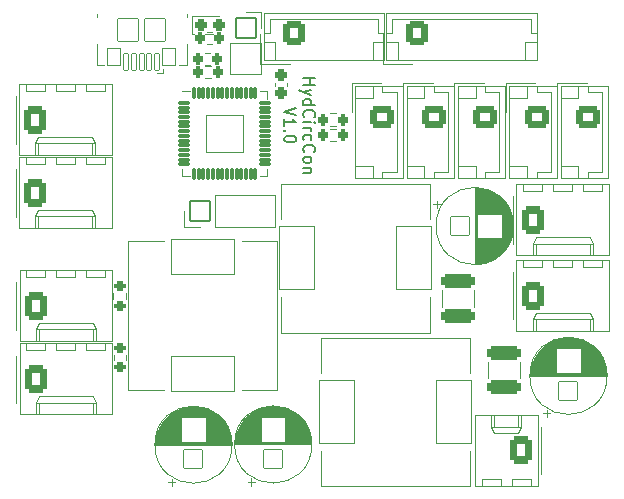
<source format=gto>
G04 #@! TF.GenerationSoftware,KiCad,Pcbnew,(6.0.7)*
G04 #@! TF.CreationDate,2022-10-27T11:43:32+02:00*
G04 #@! TF.ProjectId,hydCircCon,68796443-6972-4634-936f-6e2e6b696361,rev?*
G04 #@! TF.SameCoordinates,Original*
G04 #@! TF.FileFunction,Legend,Top*
G04 #@! TF.FilePolarity,Positive*
%FSLAX46Y46*%
G04 Gerber Fmt 4.6, Leading zero omitted, Abs format (unit mm)*
G04 Created by KiCad (PCBNEW (6.0.7)) date 2022-10-27 11:43:32*
%MOMM*%
%LPD*%
G01*
G04 APERTURE LIST*
G04 Aperture macros list*
%AMRoundRect*
0 Rectangle with rounded corners*
0 $1 Rounding radius*
0 $2 $3 $4 $5 $6 $7 $8 $9 X,Y pos of 4 corners*
0 Add a 4 corners polygon primitive as box body*
4,1,4,$2,$3,$4,$5,$6,$7,$8,$9,$2,$3,0*
0 Add four circle primitives for the rounded corners*
1,1,$1+$1,$2,$3*
1,1,$1+$1,$4,$5*
1,1,$1+$1,$6,$7*
1,1,$1+$1,$8,$9*
0 Add four rect primitives between the rounded corners*
20,1,$1+$1,$2,$3,$4,$5,0*
20,1,$1+$1,$4,$5,$6,$7,0*
20,1,$1+$1,$6,$7,$8,$9,0*
20,1,$1+$1,$8,$9,$2,$3,0*%
G04 Aperture macros list end*
%ADD10C,0.150000*%
%ADD11C,0.120000*%
%ADD12RoundRect,0.300000X-0.620000X-0.845000X0.620000X-0.845000X0.620000X0.845000X-0.620000X0.845000X0*%
%ADD13O,1.840000X2.290000*%
%ADD14RoundRect,0.050000X-1.450000X-2.700000X1.450000X-2.700000X1.450000X2.700000X-1.450000X2.700000X0*%
%ADD15RoundRect,0.300000X1.100000X-0.325000X1.100000X0.325000X-1.100000X0.325000X-1.100000X-0.325000X0*%
%ADD16RoundRect,0.300000X-0.750000X0.600000X-0.750000X-0.600000X0.750000X-0.600000X0.750000X0.600000X0*%
%ADD17O,2.100000X1.800000*%
%ADD18RoundRect,0.300000X-0.600000X-0.725000X0.600000X-0.725000X0.600000X0.725000X-0.600000X0.725000X0*%
%ADD19O,1.800000X2.050000*%
%ADD20RoundRect,0.250000X-0.200000X-0.275000X0.200000X-0.275000X0.200000X0.275000X-0.200000X0.275000X0*%
%ADD21RoundRect,0.250000X0.200000X0.275000X-0.200000X0.275000X-0.200000X-0.275000X0.200000X-0.275000X0*%
%ADD22C,3.300000*%
%ADD23RoundRect,0.050000X2.700000X-1.450000X2.700000X1.450000X-2.700000X1.450000X-2.700000X-1.450000X0*%
%ADD24RoundRect,0.250000X0.275000X-0.200000X0.275000X0.200000X-0.275000X0.200000X-0.275000X-0.200000X0*%
%ADD25RoundRect,0.050000X0.200000X0.700000X-0.200000X0.700000X-0.200000X-0.700000X0.200000X-0.700000X0*%
%ADD26RoundRect,0.050000X0.575000X0.725000X-0.575000X0.725000X-0.575000X-0.725000X0.575000X-0.725000X0*%
%ADD27RoundRect,0.050000X0.875000X0.950000X-0.875000X0.950000X-0.875000X-0.950000X0.875000X-0.950000X0*%
%ADD28O,1.150000X2.000000*%
%ADD29RoundRect,0.050000X-0.800000X-0.800000X0.800000X-0.800000X0.800000X0.800000X-0.800000X0.800000X0*%
%ADD30C,1.700000*%
%ADD31RoundRect,0.275000X0.250000X-0.225000X0.250000X0.225000X-0.250000X0.225000X-0.250000X-0.225000X0*%
%ADD32RoundRect,0.050000X0.800000X-0.800000X0.800000X0.800000X-0.800000X0.800000X-0.800000X-0.800000X0*%
%ADD33RoundRect,0.268750X-0.218750X-0.256250X0.218750X-0.256250X0.218750X0.256250X-0.218750X0.256250X0*%
%ADD34RoundRect,0.300000X0.620000X0.845000X-0.620000X0.845000X-0.620000X-0.845000X0.620000X-0.845000X0*%
%ADD35RoundRect,0.050000X-0.850000X-0.850000X0.850000X-0.850000X0.850000X0.850000X-0.850000X0.850000X0*%
%ADD36O,1.800000X1.800000*%
%ADD37RoundRect,0.300000X-1.100000X0.325000X-1.100000X-0.325000X1.100000X-0.325000X1.100000X0.325000X0*%
%ADD38RoundRect,0.050000X0.850000X-0.850000X0.850000X0.850000X-0.850000X0.850000X-0.850000X-0.850000X0*%
%ADD39RoundRect,0.100000X-0.387500X-0.050000X0.387500X-0.050000X0.387500X0.050000X-0.387500X0.050000X0*%
%ADD40RoundRect,0.100000X-0.050000X-0.387500X0.050000X-0.387500X0.050000X0.387500X-0.050000X0.387500X0*%
%ADD41RoundRect,0.050000X-1.600000X-1.600000X1.600000X-1.600000X1.600000X1.600000X-1.600000X1.600000X0*%
G04 APERTURE END LIST*
D10*
X172302619Y-92000000D02*
X173302619Y-92000000D01*
X172826428Y-92000000D02*
X172826428Y-92571428D01*
X172302619Y-92571428D02*
X173302619Y-92571428D01*
X172969285Y-92952380D02*
X172302619Y-93190476D01*
X172969285Y-93428571D02*
X172302619Y-93190476D01*
X172064523Y-93095238D01*
X172016904Y-93047619D01*
X171969285Y-92952380D01*
X172302619Y-94238095D02*
X173302619Y-94238095D01*
X172350238Y-94238095D02*
X172302619Y-94142857D01*
X172302619Y-93952380D01*
X172350238Y-93857142D01*
X172397857Y-93809523D01*
X172493095Y-93761904D01*
X172778809Y-93761904D01*
X172874047Y-93809523D01*
X172921666Y-93857142D01*
X172969285Y-93952380D01*
X172969285Y-94142857D01*
X172921666Y-94238095D01*
X172397857Y-95285714D02*
X172350238Y-95238095D01*
X172302619Y-95095238D01*
X172302619Y-95000000D01*
X172350238Y-94857142D01*
X172445476Y-94761904D01*
X172540714Y-94714285D01*
X172731190Y-94666666D01*
X172874047Y-94666666D01*
X173064523Y-94714285D01*
X173159761Y-94761904D01*
X173255000Y-94857142D01*
X173302619Y-95000000D01*
X173302619Y-95095238D01*
X173255000Y-95238095D01*
X173207380Y-95285714D01*
X172302619Y-95714285D02*
X172969285Y-95714285D01*
X173302619Y-95714285D02*
X173255000Y-95666666D01*
X173207380Y-95714285D01*
X173255000Y-95761904D01*
X173302619Y-95714285D01*
X173207380Y-95714285D01*
X172302619Y-96190476D02*
X172969285Y-96190476D01*
X172778809Y-96190476D02*
X172874047Y-96238095D01*
X172921666Y-96285714D01*
X172969285Y-96380952D01*
X172969285Y-96476190D01*
X172350238Y-97238095D02*
X172302619Y-97142857D01*
X172302619Y-96952380D01*
X172350238Y-96857142D01*
X172397857Y-96809523D01*
X172493095Y-96761904D01*
X172778809Y-96761904D01*
X172874047Y-96809523D01*
X172921666Y-96857142D01*
X172969285Y-96952380D01*
X172969285Y-97142857D01*
X172921666Y-97238095D01*
X172397857Y-98238095D02*
X172350238Y-98190476D01*
X172302619Y-98047619D01*
X172302619Y-97952380D01*
X172350238Y-97809523D01*
X172445476Y-97714285D01*
X172540714Y-97666666D01*
X172731190Y-97619047D01*
X172874047Y-97619047D01*
X173064523Y-97666666D01*
X173159761Y-97714285D01*
X173255000Y-97809523D01*
X173302619Y-97952380D01*
X173302619Y-98047619D01*
X173255000Y-98190476D01*
X173207380Y-98238095D01*
X172302619Y-98809523D02*
X172350238Y-98714285D01*
X172397857Y-98666666D01*
X172493095Y-98619047D01*
X172778809Y-98619047D01*
X172874047Y-98666666D01*
X172921666Y-98714285D01*
X172969285Y-98809523D01*
X172969285Y-98952380D01*
X172921666Y-99047619D01*
X172874047Y-99095238D01*
X172778809Y-99142857D01*
X172493095Y-99142857D01*
X172397857Y-99095238D01*
X172350238Y-99047619D01*
X172302619Y-98952380D01*
X172302619Y-98809523D01*
X172969285Y-99571428D02*
X172302619Y-99571428D01*
X172874047Y-99571428D02*
X172921666Y-99619047D01*
X172969285Y-99714285D01*
X172969285Y-99857142D01*
X172921666Y-99952380D01*
X172826428Y-100000000D01*
X172302619Y-100000000D01*
X171692619Y-94476190D02*
X170692619Y-94809523D01*
X171692619Y-95142857D01*
X170692619Y-96000000D02*
X170692619Y-95428571D01*
X170692619Y-95714285D02*
X171692619Y-95714285D01*
X171549761Y-95619047D01*
X171454523Y-95523809D01*
X171406904Y-95428571D01*
X170787857Y-96428571D02*
X170740238Y-96476190D01*
X170692619Y-96428571D01*
X170740238Y-96380952D01*
X170787857Y-96428571D01*
X170692619Y-96428571D01*
X171692619Y-97095238D02*
X171692619Y-97190476D01*
X171645000Y-97285714D01*
X171597380Y-97333333D01*
X171502142Y-97380952D01*
X171311666Y-97428571D01*
X171073571Y-97428571D01*
X170883095Y-97380952D01*
X170787857Y-97333333D01*
X170740238Y-97285714D01*
X170692619Y-97190476D01*
X170692619Y-97095238D01*
X170740238Y-97000000D01*
X170787857Y-96952380D01*
X170883095Y-96904761D01*
X171073571Y-96857142D01*
X171311666Y-96857142D01*
X171502142Y-96904761D01*
X171597380Y-96952380D01*
X171645000Y-97000000D01*
X171692619Y-97095238D01*
D11*
X148810000Y-92490000D02*
X148810000Y-93090000D01*
X154690000Y-97510000D02*
X154690000Y-98510000D01*
X149860000Y-98510000D02*
X149860000Y-97510000D01*
X151350000Y-93090000D02*
X152950000Y-93090000D01*
X147940000Y-93520000D02*
X147940000Y-97520000D01*
X152950000Y-93090000D02*
X152950000Y-92490000D01*
X149610000Y-97510000D02*
X154690000Y-97510000D01*
X148230000Y-92490000D02*
X148230000Y-98510000D01*
X148810000Y-93090000D02*
X150410000Y-93090000D01*
X149610000Y-98510000D02*
X149610000Y-97510000D01*
X156070000Y-98510000D02*
X156070000Y-92490000D01*
X148230000Y-98510000D02*
X156070000Y-98510000D01*
X149860000Y-96980000D02*
X154440000Y-96980000D01*
X151350000Y-92490000D02*
X151350000Y-93090000D01*
X154440000Y-96980000D02*
X154690000Y-97510000D01*
X156070000Y-92490000D02*
X148230000Y-92490000D01*
X153890000Y-92490000D02*
X153890000Y-93090000D01*
X153890000Y-93090000D02*
X155490000Y-93090000D01*
X154440000Y-98510000D02*
X154440000Y-97510000D01*
X150410000Y-93090000D02*
X150410000Y-92490000D01*
X149610000Y-97510000D02*
X149860000Y-96980000D01*
X155490000Y-93090000D02*
X155490000Y-92490000D01*
X173800000Y-116950000D02*
X173800000Y-113950000D01*
X173800000Y-126550000D02*
X173800000Y-123550000D01*
X173800000Y-113950000D02*
X186400000Y-113950000D01*
X186400000Y-126550000D02*
X173800000Y-126550000D01*
X186400000Y-123550000D02*
X186400000Y-126550000D01*
X186400000Y-113950000D02*
X186400000Y-116950000D01*
X184040000Y-111361252D02*
X184040000Y-109938748D01*
X186760000Y-111361252D02*
X186760000Y-109938748D01*
X193790000Y-92390000D02*
X193790000Y-94890000D01*
X196400000Y-93190000D02*
X197610000Y-93190000D01*
X195590000Y-92690000D02*
X195590000Y-93690000D01*
X195590000Y-100410000D02*
X195590000Y-99410000D01*
X197610000Y-99910000D02*
X196400000Y-99910000D01*
X198110000Y-92690000D02*
X194090000Y-92690000D01*
X195590000Y-99410000D02*
X194090000Y-99410000D01*
X194090000Y-92690000D02*
X194090000Y-100410000D01*
X198110000Y-100410000D02*
X198110000Y-92690000D01*
X197610000Y-93190000D02*
X197610000Y-99910000D01*
X196400000Y-92690000D02*
X196400000Y-93190000D01*
X194090000Y-100410000D02*
X198110000Y-100410000D01*
X195590000Y-93690000D02*
X194090000Y-93690000D01*
X196400000Y-99910000D02*
X196400000Y-100410000D01*
X196290000Y-92390000D02*
X193790000Y-92390000D01*
X191560000Y-86940000D02*
X191560000Y-88150000D01*
X179040000Y-90760000D02*
X181540000Y-90760000D01*
X180340000Y-88960000D02*
X180340000Y-90460000D01*
X192060000Y-86440000D02*
X179340000Y-86440000D01*
X192060000Y-90460000D02*
X192060000Y-86440000D01*
X179840000Y-86940000D02*
X191560000Y-86940000D01*
X179340000Y-88960000D02*
X180340000Y-88960000D01*
X192060000Y-88960000D02*
X191060000Y-88960000D01*
X191060000Y-88960000D02*
X191060000Y-90460000D01*
X191560000Y-88150000D02*
X192060000Y-88150000D01*
X179040000Y-88260000D02*
X179040000Y-90760000D01*
X179340000Y-88150000D02*
X179840000Y-88150000D01*
X179340000Y-90460000D02*
X192060000Y-90460000D01*
X179340000Y-86440000D02*
X179340000Y-90460000D01*
X179840000Y-88150000D02*
X179840000Y-86940000D01*
X189410000Y-100410000D02*
X189410000Y-92690000D01*
X188910000Y-93190000D02*
X188910000Y-99910000D01*
X187700000Y-93190000D02*
X188910000Y-93190000D01*
X187700000Y-92690000D02*
X187700000Y-93190000D01*
X189410000Y-92690000D02*
X185390000Y-92690000D01*
X187590000Y-92390000D02*
X185090000Y-92390000D01*
X185390000Y-100410000D02*
X189410000Y-100410000D01*
X187700000Y-99910000D02*
X187700000Y-100410000D01*
X188910000Y-99910000D02*
X187700000Y-99910000D01*
X186890000Y-100410000D02*
X186890000Y-99410000D01*
X186890000Y-93690000D02*
X185390000Y-93690000D01*
X186890000Y-92690000D02*
X186890000Y-93690000D01*
X185090000Y-92390000D02*
X185090000Y-94890000D01*
X186890000Y-99410000D02*
X185390000Y-99410000D01*
X185390000Y-92690000D02*
X185390000Y-100410000D01*
X168940000Y-88960000D02*
X169940000Y-88960000D01*
X168940000Y-90460000D02*
X179160000Y-90460000D01*
X169440000Y-88150000D02*
X169440000Y-86940000D01*
X179160000Y-86440000D02*
X168940000Y-86440000D01*
X169440000Y-86940000D02*
X178660000Y-86940000D01*
X168640000Y-88260000D02*
X168640000Y-90760000D01*
X179160000Y-90460000D02*
X179160000Y-86440000D01*
X168940000Y-88150000D02*
X169440000Y-88150000D01*
X178160000Y-88960000D02*
X178160000Y-90460000D01*
X178660000Y-86940000D02*
X178660000Y-88150000D01*
X178660000Y-88150000D02*
X179160000Y-88150000D01*
X168940000Y-86440000D02*
X168940000Y-90460000D01*
X169940000Y-88960000D02*
X169940000Y-90460000D01*
X168640000Y-90760000D02*
X171140000Y-90760000D01*
X179160000Y-88960000D02*
X178160000Y-88960000D01*
X163962742Y-90872500D02*
X164437258Y-90872500D01*
X163962742Y-89827500D02*
X164437258Y-89827500D01*
X175062258Y-94977500D02*
X174587742Y-94977500D01*
X175062258Y-96022500D02*
X174587742Y-96022500D01*
X164112742Y-89122500D02*
X164587258Y-89122500D01*
X164112742Y-88077500D02*
X164587258Y-88077500D01*
X167100000Y-105750000D02*
X170100000Y-105750000D01*
X157500000Y-118350000D02*
X157500000Y-105750000D01*
X157500000Y-105750000D02*
X160500000Y-105750000D01*
X170100000Y-118350000D02*
X167100000Y-118350000D01*
X170100000Y-105750000D02*
X170100000Y-118350000D01*
X160500000Y-118350000D02*
X157500000Y-118350000D01*
X178190000Y-99410000D02*
X176690000Y-99410000D01*
X176390000Y-92390000D02*
X176390000Y-94890000D01*
X180710000Y-100410000D02*
X180710000Y-92690000D01*
X176690000Y-92690000D02*
X176690000Y-100410000D01*
X176690000Y-100410000D02*
X180710000Y-100410000D01*
X180210000Y-93190000D02*
X180210000Y-99910000D01*
X179000000Y-99910000D02*
X179000000Y-100410000D01*
X179000000Y-92690000D02*
X179000000Y-93190000D01*
X178890000Y-92390000D02*
X176390000Y-92390000D01*
X178190000Y-100410000D02*
X178190000Y-99410000D01*
X178190000Y-92690000D02*
X178190000Y-93690000D01*
X178190000Y-93690000D02*
X176690000Y-93690000D01*
X180710000Y-92690000D02*
X176690000Y-92690000D01*
X180210000Y-99910000D02*
X179000000Y-99910000D01*
X179000000Y-93190000D02*
X180210000Y-93190000D01*
X156227500Y-110687258D02*
X156227500Y-110212742D01*
X157272500Y-110687258D02*
X157272500Y-110212742D01*
X154815000Y-90860000D02*
X155465000Y-90860000D01*
X162435000Y-90860000D02*
X161775000Y-90860000D01*
X154815000Y-86560000D02*
X154815000Y-86770000D01*
X162435000Y-89130000D02*
X162435000Y-90860000D01*
X154815000Y-89130000D02*
X154815000Y-90860000D01*
X162435000Y-86560000D02*
X162435000Y-86770000D01*
X160385000Y-91560000D02*
X159935000Y-91560000D01*
X160385000Y-91560000D02*
X160385000Y-91170000D01*
X154490000Y-120460000D02*
X154490000Y-119460000D01*
X153000000Y-115040000D02*
X153000000Y-114440000D01*
X148860000Y-115040000D02*
X150460000Y-115040000D01*
X156120000Y-120460000D02*
X156120000Y-114440000D01*
X149660000Y-119460000D02*
X149910000Y-118930000D01*
X154740000Y-119460000D02*
X154740000Y-120460000D01*
X156120000Y-114440000D02*
X148280000Y-114440000D01*
X149660000Y-119460000D02*
X154740000Y-119460000D01*
X149660000Y-120460000D02*
X149660000Y-119460000D01*
X149910000Y-120460000D02*
X149910000Y-119460000D01*
X153940000Y-115040000D02*
X155540000Y-115040000D01*
X148280000Y-120460000D02*
X156120000Y-120460000D01*
X149910000Y-118930000D02*
X154490000Y-118930000D01*
X150460000Y-115040000D02*
X150460000Y-114440000D01*
X147990000Y-115470000D02*
X147990000Y-119470000D01*
X153940000Y-114440000D02*
X153940000Y-115040000D01*
X154490000Y-118930000D02*
X154740000Y-119460000D01*
X151400000Y-114440000D02*
X151400000Y-115040000D01*
X148280000Y-114440000D02*
X148280000Y-120460000D01*
X148860000Y-114440000D02*
X148860000Y-115040000D01*
X151400000Y-115040000D02*
X153000000Y-115040000D01*
X155540000Y-115040000D02*
X155540000Y-114440000D01*
X183050000Y-113550000D02*
X170450000Y-113550000D01*
X183050000Y-100950000D02*
X183050000Y-103950000D01*
X183050000Y-110550000D02*
X183050000Y-113550000D01*
X170450000Y-113550000D02*
X170450000Y-110550000D01*
X170450000Y-100950000D02*
X183050000Y-100950000D01*
X170450000Y-103950000D02*
X170450000Y-100950000D01*
X188818621Y-101952000D02*
X188818621Y-103460000D01*
X188898621Y-105540000D02*
X188898621Y-106984000D01*
X188778621Y-105540000D02*
X188778621Y-107078000D01*
X186897621Y-101270000D02*
X186897621Y-107730000D01*
X187417621Y-105540000D02*
X187417621Y-107675000D01*
X187257621Y-101299000D02*
X187257621Y-103460000D01*
X187898621Y-101453000D02*
X187898621Y-103460000D01*
X188018621Y-101498000D02*
X188018621Y-103460000D01*
X188098621Y-105540000D02*
X188098621Y-107470000D01*
X189818621Y-103238000D02*
X189818621Y-105762000D01*
X188178621Y-101566000D02*
X188178621Y-103460000D01*
X188578621Y-105540000D02*
X188578621Y-107216000D01*
X183632380Y-102346000D02*
X183632380Y-102976000D01*
X187217621Y-105540000D02*
X187217621Y-107706000D01*
X189098621Y-105540000D02*
X189098621Y-106805000D01*
X187177621Y-105540000D02*
X187177621Y-107711000D01*
X187538621Y-101350000D02*
X187538621Y-103460000D01*
X189738621Y-103068000D02*
X189738621Y-105932000D01*
X189858621Y-103335000D02*
X189858621Y-105665000D01*
X187497621Y-105540000D02*
X187497621Y-107659000D01*
X188818621Y-105540000D02*
X188818621Y-107048000D01*
X183317380Y-102661000D02*
X183947380Y-102661000D01*
X187738621Y-105540000D02*
X187738621Y-107598000D01*
X188058621Y-101514000D02*
X188058621Y-103460000D01*
X187257621Y-105540000D02*
X187257621Y-107701000D01*
X187297621Y-101305000D02*
X187297621Y-103460000D01*
X187377621Y-101318000D02*
X187377621Y-103460000D01*
X188618621Y-105540000D02*
X188618621Y-107190000D01*
X189778621Y-103150000D02*
X189778621Y-105850000D01*
X190058621Y-104098000D02*
X190058621Y-104902000D01*
X188098621Y-101530000D02*
X188098621Y-103460000D01*
X187097621Y-101282000D02*
X187097621Y-103460000D01*
X188458621Y-101710000D02*
X188458621Y-103460000D01*
X189978621Y-103698000D02*
X189978621Y-105302000D01*
X186977621Y-101273000D02*
X186977621Y-107727000D01*
X187778621Y-105540000D02*
X187778621Y-107586000D01*
X187578621Y-101359000D02*
X187578621Y-103460000D01*
X187818621Y-105540000D02*
X187818621Y-107574000D01*
X189378621Y-102505000D02*
X189378621Y-106495000D01*
X187658621Y-101379000D02*
X187658621Y-103460000D01*
X188898621Y-102016000D02*
X188898621Y-103460000D01*
X187978621Y-101482000D02*
X187978621Y-103460000D01*
X189498621Y-102666000D02*
X189498621Y-106334000D01*
X187578621Y-105540000D02*
X187578621Y-107641000D01*
X188978621Y-102084000D02*
X188978621Y-103460000D01*
X188498621Y-105540000D02*
X188498621Y-107266000D01*
X188418621Y-101688000D02*
X188418621Y-103460000D01*
X188978621Y-105540000D02*
X188978621Y-106916000D01*
X189578621Y-102786000D02*
X189578621Y-106214000D01*
X187898621Y-105540000D02*
X187898621Y-107547000D01*
X189458621Y-102610000D02*
X189458621Y-106390000D01*
X187057621Y-101278000D02*
X187057621Y-103460000D01*
X188138621Y-105540000D02*
X188138621Y-107452000D01*
X189658621Y-102919000D02*
X189658621Y-106081000D01*
X188538621Y-101758000D02*
X188538621Y-103460000D01*
X187337621Y-101311000D02*
X187337621Y-103460000D01*
X187858621Y-101439000D02*
X187858621Y-103460000D01*
X187457621Y-101333000D02*
X187457621Y-103460000D01*
X187618621Y-105540000D02*
X187618621Y-107631000D01*
X188298621Y-105540000D02*
X188298621Y-107376000D01*
X187618621Y-101369000D02*
X187618621Y-103460000D01*
X188378621Y-105540000D02*
X188378621Y-107334000D01*
X188218621Y-105540000D02*
X188218621Y-107416000D01*
X188338621Y-101644000D02*
X188338621Y-103460000D01*
X186817621Y-101270000D02*
X186817621Y-107730000D01*
X188218621Y-101584000D02*
X188218621Y-103460000D01*
X188618621Y-101810000D02*
X188618621Y-103460000D01*
X189098621Y-102195000D02*
X189098621Y-103460000D01*
X188338621Y-105540000D02*
X188338621Y-107356000D01*
X188858621Y-105540000D02*
X188858621Y-107016000D01*
X187818621Y-101426000D02*
X187818621Y-103460000D01*
X189018621Y-105540000D02*
X189018621Y-106880000D01*
X189178621Y-102276000D02*
X189178621Y-106724000D01*
X187938621Y-105540000D02*
X187938621Y-107533000D01*
X187377621Y-105540000D02*
X187377621Y-107682000D01*
X188658621Y-105540000D02*
X188658621Y-107164000D01*
X189058621Y-105540000D02*
X189058621Y-106843000D01*
X189058621Y-102157000D02*
X189058621Y-103460000D01*
X187337621Y-105540000D02*
X187337621Y-107689000D01*
X188778621Y-101922000D02*
X188778621Y-103460000D01*
X189338621Y-102456000D02*
X189338621Y-106544000D01*
X189538621Y-102724000D02*
X189538621Y-106276000D01*
X188058621Y-105540000D02*
X188058621Y-107486000D01*
X187457621Y-105540000D02*
X187457621Y-107667000D01*
X187938621Y-101467000D02*
X187938621Y-103460000D01*
X187417621Y-101325000D02*
X187417621Y-103460000D01*
X188298621Y-101624000D02*
X188298621Y-103460000D01*
X188858621Y-101984000D02*
X188858621Y-103460000D01*
X188258621Y-101604000D02*
X188258621Y-103460000D01*
X188698621Y-105540000D02*
X188698621Y-107136000D01*
X187017621Y-101276000D02*
X187017621Y-107724000D01*
X187137621Y-101285000D02*
X187137621Y-103460000D01*
X189218621Y-102318000D02*
X189218621Y-106682000D01*
X187177621Y-101289000D02*
X187177621Y-103460000D01*
X189938621Y-103560000D02*
X189938621Y-105440000D01*
X187698621Y-105540000D02*
X187698621Y-107610000D01*
X188178621Y-105540000D02*
X188178621Y-107434000D01*
X186937621Y-101272000D02*
X186937621Y-107728000D01*
X188258621Y-105540000D02*
X188258621Y-107396000D01*
X189298621Y-102408000D02*
X189298621Y-106592000D01*
X188138621Y-101548000D02*
X188138621Y-103460000D01*
X188738621Y-105540000D02*
X188738621Y-107107000D01*
X187297621Y-105540000D02*
X187297621Y-107695000D01*
X186857621Y-101270000D02*
X186857621Y-107730000D01*
X188538621Y-105540000D02*
X188538621Y-107242000D01*
X188578621Y-101784000D02*
X188578621Y-103460000D01*
X187137621Y-105540000D02*
X187137621Y-107715000D01*
X187097621Y-105540000D02*
X187097621Y-107718000D01*
X188418621Y-105540000D02*
X188418621Y-107312000D01*
X187978621Y-105540000D02*
X187978621Y-107518000D01*
X188938621Y-102050000D02*
X188938621Y-103460000D01*
X187658621Y-105540000D02*
X187658621Y-107621000D01*
X188658621Y-101836000D02*
X188658621Y-103460000D01*
X189418621Y-102556000D02*
X189418621Y-106444000D01*
X187497621Y-101341000D02*
X187497621Y-103460000D01*
X189258621Y-102363000D02*
X189258621Y-106637000D01*
X189898621Y-103441000D02*
X189898621Y-105559000D01*
X187738621Y-101402000D02*
X187738621Y-103460000D01*
X187698621Y-101390000D02*
X187698621Y-103460000D01*
X187778621Y-101414000D02*
X187778621Y-103460000D01*
X187217621Y-101294000D02*
X187217621Y-103460000D01*
X188698621Y-101864000D02*
X188698621Y-103460000D01*
X190018621Y-103867000D02*
X190018621Y-105133000D01*
X189138621Y-102235000D02*
X189138621Y-106765000D01*
X189018621Y-102120000D02*
X189018621Y-103460000D01*
X187858621Y-105540000D02*
X187858621Y-107561000D01*
X188018621Y-105540000D02*
X188018621Y-107502000D01*
X188738621Y-101893000D02*
X188738621Y-103460000D01*
X188498621Y-101734000D02*
X188498621Y-103460000D01*
X188458621Y-105540000D02*
X188458621Y-107290000D01*
X189618621Y-102850000D02*
X189618621Y-106150000D01*
X188378621Y-101666000D02*
X188378621Y-103460000D01*
X189698621Y-102991000D02*
X189698621Y-106009000D01*
X188938621Y-105540000D02*
X188938621Y-106950000D01*
X187538621Y-105540000D02*
X187538621Y-107650000D01*
X187057621Y-105540000D02*
X187057621Y-107722000D01*
X190087621Y-104500000D02*
G75*
G03*
X190087621Y-104500000I-3270000J0D01*
G01*
X169890000Y-92640580D02*
X169890000Y-92359420D01*
X170910000Y-92640580D02*
X170910000Y-92359420D01*
X160066000Y-121656621D02*
X161960000Y-121656621D01*
X160484000Y-120976621D02*
X161960000Y-120976621D01*
X159859000Y-122256621D02*
X161960000Y-122256621D01*
X161491000Y-120136621D02*
X164509000Y-120136621D01*
X161941000Y-119936621D02*
X164059000Y-119936621D01*
X160144000Y-121496621D02*
X161960000Y-121496621D01*
X164040000Y-121296621D02*
X165742000Y-121296621D01*
X159770000Y-123017621D02*
X166230000Y-123017621D01*
X160284000Y-121256621D02*
X161960000Y-121256621D01*
X160422000Y-121056621D02*
X161960000Y-121056621D01*
X159799000Y-122577621D02*
X161960000Y-122577621D01*
X161419000Y-120176621D02*
X164581000Y-120176621D01*
X160584000Y-120856621D02*
X161960000Y-120856621D01*
X164040000Y-121256621D02*
X165716000Y-121256621D01*
X159879000Y-122176621D02*
X161960000Y-122176621D01*
X161005000Y-120456621D02*
X164995000Y-120456621D01*
X160048000Y-121696621D02*
X161960000Y-121696621D01*
X159782000Y-122737621D02*
X161960000Y-122737621D01*
X159778000Y-122777621D02*
X161960000Y-122777621D01*
X160818000Y-120616621D02*
X165182000Y-120616621D01*
X164040000Y-121056621D02*
X165578000Y-121056621D01*
X164040000Y-121456621D02*
X165834000Y-121456621D01*
X159818000Y-122457621D02*
X161960000Y-122457621D01*
X160956000Y-120496621D02*
X165044000Y-120496621D01*
X164040000Y-122337621D02*
X166159000Y-122337621D01*
X159811000Y-122497621D02*
X161960000Y-122497621D01*
X164040000Y-122296621D02*
X166150000Y-122296621D01*
X164040000Y-122096621D02*
X166098000Y-122096621D01*
X164040000Y-121576621D02*
X165896000Y-121576621D01*
X164040000Y-120736621D02*
X165305000Y-120736621D01*
X161835000Y-119976621D02*
X164165000Y-119976621D01*
X161161000Y-126517862D02*
X161161000Y-125887862D01*
X164040000Y-122577621D02*
X166201000Y-122577621D01*
X164040000Y-121976621D02*
X166061000Y-121976621D01*
X159805000Y-122537621D02*
X161960000Y-122537621D01*
X159770000Y-122977621D02*
X166230000Y-122977621D01*
X164040000Y-120776621D02*
X165343000Y-120776621D01*
X164040000Y-121616621D02*
X165916000Y-121616621D01*
X164040000Y-122457621D02*
X166182000Y-122457621D01*
X164040000Y-121536621D02*
X165876000Y-121536621D01*
X160695000Y-120736621D02*
X161960000Y-120736621D01*
X162367000Y-119816621D02*
X163633000Y-119816621D01*
X161568000Y-120096621D02*
X164432000Y-120096621D01*
X164040000Y-121656621D02*
X165934000Y-121656621D01*
X162060000Y-119896621D02*
X163940000Y-119896621D01*
X159939000Y-121976621D02*
X161960000Y-121976621D01*
X164040000Y-122216621D02*
X166131000Y-122216621D01*
X164040000Y-121896621D02*
X166033000Y-121896621D01*
X159869000Y-122216621D02*
X161960000Y-122216621D01*
X164040000Y-122417621D02*
X166175000Y-122417621D01*
X164040000Y-122016621D02*
X166074000Y-122016621D01*
X159772000Y-122897621D02*
X166228000Y-122897621D01*
X159953000Y-121936621D02*
X161960000Y-121936621D01*
X164040000Y-122136621D02*
X166110000Y-122136621D01*
X160393000Y-121096621D02*
X161960000Y-121096621D01*
X160364000Y-121136621D02*
X161960000Y-121136621D01*
X159833000Y-122377621D02*
X161960000Y-122377621D01*
X160516000Y-120936621D02*
X161960000Y-120936621D01*
X162198000Y-119856621D02*
X163802000Y-119856621D01*
X164040000Y-122537621D02*
X166195000Y-122537621D01*
X159914000Y-122056621D02*
X161960000Y-122056621D01*
X164040000Y-122697621D02*
X166215000Y-122697621D01*
X164040000Y-122657621D02*
X166211000Y-122657621D01*
X161350000Y-120216621D02*
X164650000Y-120216621D01*
X160104000Y-121576621D02*
X161960000Y-121576621D01*
X160234000Y-121336621D02*
X161960000Y-121336621D01*
X159890000Y-122136621D02*
X161960000Y-122136621D01*
X160210000Y-121376621D02*
X161960000Y-121376621D01*
X160166000Y-121456621D02*
X161960000Y-121456621D01*
X160657000Y-120776621D02*
X161960000Y-120776621D01*
X164040000Y-121416621D02*
X165812000Y-121416621D01*
X164040000Y-121096621D02*
X165607000Y-121096621D01*
X160084000Y-121616621D02*
X161960000Y-121616621D01*
X162598000Y-119776621D02*
X163402000Y-119776621D01*
X164040000Y-121776621D02*
X165986000Y-121776621D01*
X160550000Y-120896621D02*
X161960000Y-120896621D01*
X160336000Y-121176621D02*
X161960000Y-121176621D01*
X159902000Y-122096621D02*
X161960000Y-122096621D01*
X161166000Y-120336621D02*
X164834000Y-120336621D01*
X164040000Y-121816621D02*
X166002000Y-121816621D01*
X164040000Y-120896621D02*
X165450000Y-120896621D01*
X161110000Y-120376621D02*
X164890000Y-120376621D01*
X164040000Y-122256621D02*
X166141000Y-122256621D01*
X160863000Y-120576621D02*
X165137000Y-120576621D01*
X159841000Y-122337621D02*
X161960000Y-122337621D01*
X161650000Y-120056621D02*
X164350000Y-120056621D01*
X164040000Y-121176621D02*
X165664000Y-121176621D01*
X159967000Y-121896621D02*
X161960000Y-121896621D01*
X164040000Y-121936621D02*
X166047000Y-121936621D01*
X160846000Y-126202862D02*
X161476000Y-126202862D01*
X164040000Y-121736621D02*
X165970000Y-121736621D01*
X164040000Y-120856621D02*
X165416000Y-120856621D01*
X164040000Y-121496621D02*
X165856000Y-121496621D01*
X161286000Y-120256621D02*
X164714000Y-120256621D01*
X160188000Y-121416621D02*
X161960000Y-121416621D01*
X159998000Y-121816621D02*
X161960000Y-121816621D01*
X159825000Y-122417621D02*
X161960000Y-122417621D01*
X159770000Y-122937621D02*
X166230000Y-122937621D01*
X164040000Y-121136621D02*
X165636000Y-121136621D01*
X164040000Y-122777621D02*
X166222000Y-122777621D01*
X160124000Y-121536621D02*
X161960000Y-121536621D01*
X164040000Y-122497621D02*
X166189000Y-122497621D01*
X159789000Y-122657621D02*
X161960000Y-122657621D01*
X159785000Y-122697621D02*
X161960000Y-122697621D01*
X159926000Y-122016621D02*
X161960000Y-122016621D01*
X164040000Y-120816621D02*
X165380000Y-120816621D01*
X161738000Y-120016621D02*
X164262000Y-120016621D01*
X164040000Y-122176621D02*
X166121000Y-122176621D01*
X160014000Y-121776621D02*
X161960000Y-121776621D01*
X164040000Y-122377621D02*
X166167000Y-122377621D01*
X164040000Y-121216621D02*
X165690000Y-121216621D01*
X161224000Y-120296621D02*
X164776000Y-120296621D01*
X159850000Y-122296621D02*
X161960000Y-122296621D01*
X160735000Y-120696621D02*
X165265000Y-120696621D01*
X160258000Y-121296621D02*
X161960000Y-121296621D01*
X164040000Y-121016621D02*
X165548000Y-121016621D01*
X164040000Y-122056621D02*
X166086000Y-122056621D01*
X161056000Y-120416621D02*
X164944000Y-120416621D01*
X164040000Y-120936621D02*
X165484000Y-120936621D01*
X160452000Y-121016621D02*
X161960000Y-121016621D01*
X164040000Y-121376621D02*
X165790000Y-121376621D01*
X164040000Y-121336621D02*
X165766000Y-121336621D01*
X159773000Y-122857621D02*
X166227000Y-122857621D01*
X160908000Y-120536621D02*
X165092000Y-120536621D01*
X160620000Y-120816621D02*
X161960000Y-120816621D01*
X159982000Y-121856621D02*
X161960000Y-121856621D01*
X164040000Y-122737621D02*
X166218000Y-122737621D01*
X164040000Y-120976621D02*
X165516000Y-120976621D01*
X160776000Y-120656621D02*
X165224000Y-120656621D01*
X164040000Y-121856621D02*
X166018000Y-121856621D01*
X160310000Y-121216621D02*
X161960000Y-121216621D01*
X160030000Y-121736621D02*
X161960000Y-121736621D01*
X164040000Y-121696621D02*
X165952000Y-121696621D01*
X159776000Y-122817621D02*
X166224000Y-122817621D01*
X164040000Y-122617621D02*
X166206000Y-122617621D01*
X159794000Y-122617621D02*
X161960000Y-122617621D01*
X166270000Y-123017621D02*
G75*
G03*
X166270000Y-123017621I-3270000J0D01*
G01*
X162915000Y-88235000D02*
X165200000Y-88235000D01*
X165200000Y-86765000D02*
X162915000Y-86765000D01*
X162915000Y-86765000D02*
X162915000Y-88235000D01*
X190520000Y-120490000D02*
X190520000Y-121490000D01*
X190770000Y-121490000D02*
X188230000Y-121490000D01*
X187430000Y-125910000D02*
X187430000Y-126510000D01*
X190770000Y-121490000D02*
X190520000Y-122020000D01*
X192440000Y-125480000D02*
X192440000Y-121480000D01*
X186850000Y-126510000D02*
X192150000Y-126510000D01*
X191570000Y-126510000D02*
X191570000Y-125910000D01*
X189030000Y-125910000D02*
X187430000Y-125910000D01*
X190770000Y-120490000D02*
X190770000Y-121490000D01*
X188480000Y-120490000D02*
X188480000Y-121490000D01*
X188230000Y-121490000D02*
X188230000Y-120490000D01*
X192150000Y-120490000D02*
X186850000Y-120490000D01*
X186850000Y-120490000D02*
X186850000Y-126510000D01*
X189030000Y-126510000D02*
X189030000Y-125910000D01*
X189970000Y-125910000D02*
X189970000Y-126510000D01*
X191570000Y-125910000D02*
X189970000Y-125910000D01*
X190520000Y-122020000D02*
X188480000Y-122020000D01*
X192150000Y-126510000D02*
X192150000Y-120490000D01*
X188480000Y-122020000D02*
X188230000Y-121490000D01*
X166095000Y-89020000D02*
X168755000Y-89020000D01*
X166095000Y-89020000D02*
X166095000Y-91620000D01*
X168755000Y-89020000D02*
X168755000Y-91620000D01*
X166095000Y-91620000D02*
X168755000Y-91620000D01*
X167425000Y-86420000D02*
X168755000Y-86420000D01*
X168755000Y-86420000D02*
X168755000Y-87750000D01*
X157322500Y-115887258D02*
X157322500Y-115412742D01*
X156277500Y-115887258D02*
X156277500Y-115412742D01*
X187940000Y-115988748D02*
X187940000Y-117411252D01*
X190660000Y-115988748D02*
X190660000Y-117411252D01*
X156120000Y-114260000D02*
X156120000Y-108240000D01*
X148280000Y-114260000D02*
X156120000Y-114260000D01*
X156120000Y-108240000D02*
X148280000Y-108240000D01*
X155540000Y-108840000D02*
X155540000Y-108240000D01*
X153940000Y-108840000D02*
X155540000Y-108840000D01*
X147990000Y-109270000D02*
X147990000Y-113270000D01*
X149660000Y-113260000D02*
X154740000Y-113260000D01*
X151400000Y-108840000D02*
X153000000Y-108840000D01*
X148860000Y-108240000D02*
X148860000Y-108840000D01*
X149910000Y-112730000D02*
X154490000Y-112730000D01*
X154740000Y-113260000D02*
X154740000Y-114260000D01*
X154490000Y-114260000D02*
X154490000Y-113260000D01*
X151400000Y-108240000D02*
X151400000Y-108840000D01*
X149660000Y-114260000D02*
X149660000Y-113260000D01*
X149660000Y-113260000D02*
X149910000Y-112730000D01*
X153940000Y-108240000D02*
X153940000Y-108840000D01*
X150460000Y-108840000D02*
X150460000Y-108240000D01*
X148860000Y-108840000D02*
X150460000Y-108840000D01*
X148280000Y-108240000D02*
X148280000Y-114260000D01*
X149910000Y-114260000D02*
X149910000Y-113260000D01*
X154490000Y-112730000D02*
X154740000Y-113260000D01*
X153000000Y-108840000D02*
X153000000Y-108240000D01*
X189740000Y-100410000D02*
X193760000Y-100410000D01*
X193260000Y-93190000D02*
X193260000Y-99910000D01*
X191240000Y-93690000D02*
X189740000Y-93690000D01*
X192050000Y-92690000D02*
X192050000Y-93190000D01*
X189740000Y-92690000D02*
X189740000Y-100410000D01*
X191940000Y-92390000D02*
X189440000Y-92390000D01*
X192050000Y-93190000D02*
X193260000Y-93190000D01*
X193760000Y-92690000D02*
X189740000Y-92690000D01*
X191240000Y-100410000D02*
X191240000Y-99410000D01*
X193260000Y-99910000D02*
X192050000Y-99910000D01*
X189440000Y-92390000D02*
X189440000Y-94890000D01*
X193760000Y-100410000D02*
X193760000Y-92690000D01*
X191240000Y-99410000D02*
X189740000Y-99410000D01*
X192050000Y-99910000D02*
X192050000Y-100410000D01*
X191240000Y-92690000D02*
X191240000Y-93690000D01*
X191710000Y-105990000D02*
X196790000Y-105990000D01*
X190330000Y-106990000D02*
X198170000Y-106990000D01*
X191960000Y-106990000D02*
X191960000Y-105990000D01*
X195050000Y-101570000D02*
X195050000Y-100970000D01*
X195990000Y-100970000D02*
X195990000Y-101570000D01*
X190910000Y-100970000D02*
X190910000Y-101570000D01*
X195990000Y-101570000D02*
X197590000Y-101570000D01*
X196540000Y-106990000D02*
X196540000Y-105990000D01*
X191710000Y-105990000D02*
X191960000Y-105460000D01*
X191710000Y-106990000D02*
X191710000Y-105990000D01*
X191960000Y-105460000D02*
X196540000Y-105460000D01*
X190040000Y-102000000D02*
X190040000Y-106000000D01*
X198170000Y-100970000D02*
X190330000Y-100970000D01*
X196540000Y-105460000D02*
X196790000Y-105990000D01*
X198170000Y-106990000D02*
X198170000Y-100970000D01*
X193450000Y-101570000D02*
X195050000Y-101570000D01*
X190330000Y-100970000D02*
X190330000Y-106990000D01*
X193450000Y-100970000D02*
X193450000Y-101570000D01*
X192510000Y-101570000D02*
X192510000Y-100970000D01*
X190910000Y-101570000D02*
X192510000Y-101570000D01*
X196790000Y-105990000D02*
X196790000Y-106990000D01*
X197590000Y-101570000D02*
X197590000Y-100970000D01*
X164795000Y-104580000D02*
X164795000Y-101920000D01*
X162195000Y-104580000D02*
X162195000Y-103250000D01*
X169935000Y-104580000D02*
X169935000Y-101920000D01*
X164795000Y-101920000D02*
X169935000Y-101920000D01*
X163525000Y-104580000D02*
X162195000Y-104580000D01*
X164795000Y-104580000D02*
X169935000Y-104580000D01*
X170790000Y-121279000D02*
X172492000Y-121279000D01*
X166561000Y-122480000D02*
X168710000Y-122480000D01*
X167911000Y-126500241D02*
X167911000Y-125870241D01*
X167974000Y-120279000D02*
X171526000Y-120279000D01*
X170790000Y-122720000D02*
X172968000Y-122720000D01*
X170790000Y-122560000D02*
X172951000Y-122560000D01*
X170790000Y-121919000D02*
X172797000Y-121919000D01*
X167034000Y-121239000D02*
X168710000Y-121239000D01*
X170790000Y-122039000D02*
X172836000Y-122039000D01*
X166764000Y-121759000D02*
X168710000Y-121759000D01*
X170790000Y-120879000D02*
X172200000Y-120879000D01*
X166629000Y-122159000D02*
X168710000Y-122159000D01*
X167114000Y-121119000D02*
X168710000Y-121119000D01*
X167266000Y-120919000D02*
X168710000Y-120919000D01*
X170790000Y-122360000D02*
X172917000Y-122360000D01*
X166798000Y-121679000D02*
X168710000Y-121679000D01*
X168488000Y-119999000D02*
X171012000Y-119999000D01*
X170790000Y-121159000D02*
X172414000Y-121159000D01*
X170790000Y-121839000D02*
X172768000Y-121839000D01*
X170790000Y-122159000D02*
X172871000Y-122159000D01*
X167485000Y-120679000D02*
X172015000Y-120679000D01*
X167370000Y-120799000D02*
X168710000Y-120799000D01*
X168810000Y-119879000D02*
X170690000Y-119879000D01*
X167202000Y-120999000D02*
X168710000Y-120999000D01*
X167086000Y-121159000D02*
X168710000Y-121159000D01*
X167806000Y-120399000D02*
X171694000Y-120399000D01*
X169348000Y-119759000D02*
X170152000Y-119759000D01*
X168100000Y-120199000D02*
X171400000Y-120199000D01*
X167596000Y-126185241D02*
X168226000Y-126185241D01*
X166520000Y-122920000D02*
X172980000Y-122920000D01*
X167526000Y-120639000D02*
X171974000Y-120639000D01*
X166609000Y-122239000D02*
X168710000Y-122239000D01*
X170790000Y-122400000D02*
X172925000Y-122400000D01*
X170790000Y-122640000D02*
X172961000Y-122640000D01*
X170790000Y-120719000D02*
X172055000Y-120719000D01*
X166834000Y-121599000D02*
X168710000Y-121599000D01*
X168169000Y-120159000D02*
X171331000Y-120159000D01*
X167445000Y-120719000D02*
X168710000Y-120719000D01*
X166522000Y-122880000D02*
X172978000Y-122880000D01*
X170790000Y-120759000D02*
X172093000Y-120759000D01*
X170790000Y-122440000D02*
X172932000Y-122440000D01*
X167613000Y-120559000D02*
X171887000Y-120559000D01*
X166780000Y-121719000D02*
X168710000Y-121719000D01*
X170790000Y-121079000D02*
X172357000Y-121079000D01*
X166568000Y-122440000D02*
X168710000Y-122440000D01*
X170790000Y-121559000D02*
X172646000Y-121559000D01*
X167060000Y-121199000D02*
X168710000Y-121199000D01*
X170790000Y-122480000D02*
X172939000Y-122480000D01*
X170790000Y-121879000D02*
X172783000Y-121879000D01*
X166676000Y-121999000D02*
X168710000Y-121999000D01*
X170790000Y-122760000D02*
X172972000Y-122760000D01*
X170790000Y-122600000D02*
X172956000Y-122600000D01*
X170790000Y-122119000D02*
X172860000Y-122119000D01*
X168400000Y-120039000D02*
X171100000Y-120039000D01*
X170790000Y-121799000D02*
X172752000Y-121799000D01*
X166583000Y-122360000D02*
X168710000Y-122360000D01*
X166549000Y-122560000D02*
X168710000Y-122560000D01*
X170790000Y-121759000D02*
X172736000Y-121759000D01*
X169117000Y-119799000D02*
X170383000Y-119799000D01*
X170790000Y-120999000D02*
X172298000Y-120999000D01*
X166520000Y-122960000D02*
X172980000Y-122960000D01*
X170790000Y-122680000D02*
X172965000Y-122680000D01*
X168691000Y-119919000D02*
X170809000Y-119919000D01*
X166938000Y-121399000D02*
X168710000Y-121399000D01*
X168318000Y-120079000D02*
X171182000Y-120079000D01*
X166874000Y-121519000D02*
X168710000Y-121519000D01*
X166575000Y-122400000D02*
X168710000Y-122400000D01*
X170790000Y-121319000D02*
X172516000Y-121319000D01*
X166894000Y-121479000D02*
X168710000Y-121479000D01*
X166640000Y-122119000D02*
X168710000Y-122119000D01*
X166528000Y-122760000D02*
X168710000Y-122760000D01*
X166960000Y-121359000D02*
X168710000Y-121359000D01*
X170790000Y-122239000D02*
X172891000Y-122239000D01*
X168036000Y-120239000D02*
X171464000Y-120239000D01*
X166535000Y-122680000D02*
X168710000Y-122680000D01*
X170790000Y-121719000D02*
X172720000Y-121719000D01*
X166732000Y-121839000D02*
X168710000Y-121839000D01*
X166591000Y-122320000D02*
X168710000Y-122320000D01*
X170790000Y-122279000D02*
X172900000Y-122279000D01*
X170790000Y-122520000D02*
X172945000Y-122520000D01*
X170790000Y-121519000D02*
X172626000Y-121519000D01*
X170790000Y-121599000D02*
X172666000Y-121599000D01*
X166854000Y-121559000D02*
X168710000Y-121559000D01*
X170790000Y-121399000D02*
X172562000Y-121399000D01*
X170790000Y-121119000D02*
X172386000Y-121119000D01*
X167706000Y-120479000D02*
X171794000Y-120479000D01*
X170790000Y-121959000D02*
X172811000Y-121959000D01*
X170790000Y-122199000D02*
X172881000Y-122199000D01*
X170790000Y-121359000D02*
X172540000Y-121359000D01*
X170790000Y-121639000D02*
X172684000Y-121639000D01*
X167755000Y-120439000D02*
X171745000Y-120439000D01*
X166816000Y-121639000D02*
X168710000Y-121639000D01*
X167334000Y-120839000D02*
X168710000Y-120839000D01*
X167234000Y-120959000D02*
X168710000Y-120959000D01*
X170790000Y-120839000D02*
X172166000Y-120839000D01*
X170790000Y-121479000D02*
X172606000Y-121479000D01*
X166544000Y-122600000D02*
X168710000Y-122600000D01*
X167916000Y-120319000D02*
X171584000Y-120319000D01*
X167658000Y-120519000D02*
X171842000Y-120519000D01*
X166717000Y-121879000D02*
X168710000Y-121879000D01*
X167407000Y-120759000D02*
X168710000Y-120759000D01*
X170790000Y-120959000D02*
X172266000Y-120959000D01*
X167008000Y-121279000D02*
X168710000Y-121279000D01*
X167143000Y-121079000D02*
X168710000Y-121079000D01*
X166916000Y-121439000D02*
X168710000Y-121439000D01*
X166539000Y-122640000D02*
X168710000Y-122640000D01*
X166748000Y-121799000D02*
X168710000Y-121799000D01*
X166689000Y-121959000D02*
X168710000Y-121959000D01*
X167860000Y-120359000D02*
X171640000Y-120359000D01*
X170790000Y-121679000D02*
X172702000Y-121679000D01*
X170790000Y-121199000D02*
X172440000Y-121199000D01*
X166526000Y-122800000D02*
X172974000Y-122800000D01*
X167300000Y-120879000D02*
X168710000Y-120879000D01*
X168585000Y-119959000D02*
X170915000Y-119959000D01*
X166555000Y-122520000D02*
X168710000Y-122520000D01*
X166600000Y-122279000D02*
X168710000Y-122279000D01*
X170790000Y-121999000D02*
X172824000Y-121999000D01*
X166703000Y-121919000D02*
X168710000Y-121919000D01*
X170790000Y-122320000D02*
X172909000Y-122320000D01*
X170790000Y-120919000D02*
X172234000Y-120919000D01*
X168241000Y-120119000D02*
X171259000Y-120119000D01*
X170790000Y-121039000D02*
X172328000Y-121039000D01*
X166664000Y-122039000D02*
X168710000Y-122039000D01*
X168948000Y-119839000D02*
X170552000Y-119839000D01*
X167568000Y-120599000D02*
X171932000Y-120599000D01*
X166652000Y-122079000D02*
X168710000Y-122079000D01*
X166619000Y-122199000D02*
X168710000Y-122199000D01*
X170790000Y-122079000D02*
X172848000Y-122079000D01*
X166520000Y-123000000D02*
X172980000Y-123000000D01*
X167172000Y-121039000D02*
X168710000Y-121039000D01*
X170790000Y-121239000D02*
X172466000Y-121239000D01*
X166532000Y-122720000D02*
X168710000Y-122720000D01*
X166984000Y-121319000D02*
X168710000Y-121319000D01*
X166523000Y-122840000D02*
X172977000Y-122840000D01*
X170790000Y-120799000D02*
X172130000Y-120799000D01*
X170790000Y-121439000D02*
X172584000Y-121439000D01*
X173020000Y-123000000D02*
G75*
G03*
X173020000Y-123000000I-3270000J0D01*
G01*
X148230000Y-104690000D02*
X156070000Y-104690000D01*
X149610000Y-103690000D02*
X154690000Y-103690000D01*
X153890000Y-98670000D02*
X153890000Y-99270000D01*
X156070000Y-104690000D02*
X156070000Y-98670000D01*
X148810000Y-98670000D02*
X148810000Y-99270000D01*
X149860000Y-104690000D02*
X149860000Y-103690000D01*
X154440000Y-104690000D02*
X154440000Y-103690000D01*
X149610000Y-104690000D02*
X149610000Y-103690000D01*
X149610000Y-103690000D02*
X149860000Y-103160000D01*
X152950000Y-99270000D02*
X152950000Y-98670000D01*
X150410000Y-99270000D02*
X150410000Y-98670000D01*
X148810000Y-99270000D02*
X150410000Y-99270000D01*
X151350000Y-98670000D02*
X151350000Y-99270000D01*
X151350000Y-99270000D02*
X152950000Y-99270000D01*
X154690000Y-103690000D02*
X154690000Y-104690000D01*
X155490000Y-99270000D02*
X155490000Y-98670000D01*
X148230000Y-98670000D02*
X148230000Y-104690000D01*
X154440000Y-103160000D02*
X154690000Y-103690000D01*
X147940000Y-99700000D02*
X147940000Y-103700000D01*
X149860000Y-103160000D02*
X154440000Y-103160000D01*
X156070000Y-98670000D02*
X148230000Y-98670000D01*
X153890000Y-99270000D02*
X155490000Y-99270000D01*
X183350000Y-92690000D02*
X183350000Y-93190000D01*
X182540000Y-92690000D02*
X182540000Y-93690000D01*
X185060000Y-92690000D02*
X181040000Y-92690000D01*
X181040000Y-100410000D02*
X185060000Y-100410000D01*
X183350000Y-93190000D02*
X184560000Y-93190000D01*
X183240000Y-92390000D02*
X180740000Y-92390000D01*
X184560000Y-99910000D02*
X183350000Y-99910000D01*
X182540000Y-99410000D02*
X181040000Y-99410000D01*
X182540000Y-93690000D02*
X181040000Y-93690000D01*
X182540000Y-100410000D02*
X182540000Y-99410000D01*
X184560000Y-93190000D02*
X184560000Y-99910000D01*
X183350000Y-99910000D02*
X183350000Y-100410000D01*
X181040000Y-92690000D02*
X181040000Y-100410000D01*
X180740000Y-92390000D02*
X180740000Y-94890000D01*
X185060000Y-100410000D02*
X185060000Y-92690000D01*
X191710000Y-113390000D02*
X191710000Y-112390000D01*
X190040000Y-108400000D02*
X190040000Y-112400000D01*
X196790000Y-112390000D02*
X196790000Y-113390000D01*
X190910000Y-107970000D02*
X192510000Y-107970000D01*
X190330000Y-113390000D02*
X198170000Y-113390000D01*
X192510000Y-107970000D02*
X192510000Y-107370000D01*
X196540000Y-111860000D02*
X196790000Y-112390000D01*
X193450000Y-107970000D02*
X195050000Y-107970000D01*
X191960000Y-113390000D02*
X191960000Y-112390000D01*
X191710000Y-112390000D02*
X196790000Y-112390000D01*
X193450000Y-107370000D02*
X193450000Y-107970000D01*
X198170000Y-113390000D02*
X198170000Y-107370000D01*
X195050000Y-107970000D02*
X195050000Y-107370000D01*
X196540000Y-113390000D02*
X196540000Y-112390000D01*
X191710000Y-112390000D02*
X191960000Y-111860000D01*
X195990000Y-107370000D02*
X195990000Y-107970000D01*
X195990000Y-107970000D02*
X197590000Y-107970000D01*
X190910000Y-107370000D02*
X190910000Y-107970000D01*
X191960000Y-111860000D02*
X196540000Y-111860000D01*
X190330000Y-107370000D02*
X190330000Y-113390000D01*
X197590000Y-107970000D02*
X197590000Y-107370000D01*
X198170000Y-107370000D02*
X190330000Y-107370000D01*
X163987742Y-90927500D02*
X164462258Y-90927500D01*
X163987742Y-91972500D02*
X164462258Y-91972500D01*
X193810000Y-114061380D02*
X195690000Y-114061380D01*
X195790000Y-115301380D02*
X197386000Y-115301380D01*
X192334000Y-115021380D02*
X193710000Y-115021380D01*
X195790000Y-116421380D02*
X197891000Y-116421380D01*
X191532000Y-116902380D02*
X193710000Y-116902380D01*
X195790000Y-116341380D02*
X197871000Y-116341380D01*
X191717000Y-116061380D02*
X193710000Y-116061380D01*
X191652000Y-116261380D02*
X193710000Y-116261380D01*
X195790000Y-115381380D02*
X197440000Y-115381380D01*
X193691000Y-114101380D02*
X195809000Y-114101380D01*
X195790000Y-115821380D02*
X197684000Y-115821380D01*
X195790000Y-115181380D02*
X197298000Y-115181380D01*
X195790000Y-116542380D02*
X197917000Y-116542380D01*
X195790000Y-116502380D02*
X197909000Y-116502380D01*
X195790000Y-115261380D02*
X197357000Y-115261380D01*
X195790000Y-115101380D02*
X197234000Y-115101380D01*
X195790000Y-115221380D02*
X197328000Y-115221380D01*
X195790000Y-116301380D02*
X197860000Y-116301380D01*
X191676000Y-116181380D02*
X193710000Y-116181380D01*
X192407000Y-114941380D02*
X193710000Y-114941380D01*
X193585000Y-114141380D02*
X195915000Y-114141380D01*
X195790000Y-116702380D02*
X197945000Y-116702380D01*
X191600000Y-116461380D02*
X193710000Y-116461380D01*
X191689000Y-116141380D02*
X193710000Y-116141380D01*
X191539000Y-116822380D02*
X193710000Y-116822380D01*
X195790000Y-116181380D02*
X197824000Y-116181380D01*
X195790000Y-115461380D02*
X197492000Y-115461380D01*
X191555000Y-116702380D02*
X193710000Y-116702380D01*
X192114000Y-115301380D02*
X193710000Y-115301380D01*
X195790000Y-116942380D02*
X197972000Y-116942380D01*
X191549000Y-116742380D02*
X193710000Y-116742380D01*
X191854000Y-115741380D02*
X193710000Y-115741380D01*
X193100000Y-114381380D02*
X196400000Y-114381380D01*
X193036000Y-114421380D02*
X196464000Y-114421380D01*
X193318000Y-114261380D02*
X196182000Y-114261380D01*
X191629000Y-116341380D02*
X193710000Y-116341380D01*
X191748000Y-115981380D02*
X193710000Y-115981380D01*
X195790000Y-116822380D02*
X197961000Y-116822380D01*
X191523000Y-117022380D02*
X197977000Y-117022380D01*
X195790000Y-116622380D02*
X197932000Y-116622380D01*
X192916000Y-114501380D02*
X196584000Y-114501380D01*
X191619000Y-116381380D02*
X193710000Y-116381380D01*
X195790000Y-116742380D02*
X197951000Y-116742380D01*
X192008000Y-115461380D02*
X193710000Y-115461380D01*
X191960000Y-115541380D02*
X193710000Y-115541380D01*
X195790000Y-115621380D02*
X197584000Y-115621380D01*
X195790000Y-114901380D02*
X197055000Y-114901380D01*
X195790000Y-115861380D02*
X197702000Y-115861380D01*
X191583000Y-116542380D02*
X193710000Y-116542380D01*
X191520000Y-117102380D02*
X197980000Y-117102380D01*
X195790000Y-115941380D02*
X197736000Y-115941380D01*
X191664000Y-116221380D02*
X193710000Y-116221380D01*
X193488000Y-114181380D02*
X196012000Y-114181380D01*
X195790000Y-115741380D02*
X197646000Y-115741380D01*
X195790000Y-115421380D02*
X197466000Y-115421380D01*
X192974000Y-114461380D02*
X196526000Y-114461380D01*
X193400000Y-114221380D02*
X196100000Y-114221380D01*
X192266000Y-115101380D02*
X193710000Y-115101380D01*
X195790000Y-116902380D02*
X197968000Y-116902380D01*
X195790000Y-116221380D02*
X197836000Y-116221380D01*
X195790000Y-116141380D02*
X197811000Y-116141380D01*
X192370000Y-114981380D02*
X193710000Y-114981380D01*
X195790000Y-115021380D02*
X197166000Y-115021380D01*
X192202000Y-115181380D02*
X193710000Y-115181380D01*
X195790000Y-116261380D02*
X197848000Y-116261380D01*
X191732000Y-116021380D02*
X193710000Y-116021380D01*
X191591000Y-116502380D02*
X193710000Y-116502380D01*
X195790000Y-115501380D02*
X197516000Y-115501380D01*
X192568000Y-114781380D02*
X196932000Y-114781380D01*
X191916000Y-115621380D02*
X193710000Y-115621380D01*
X192658000Y-114701380D02*
X196842000Y-114701380D01*
X192613000Y-114741380D02*
X196887000Y-114741380D01*
X191764000Y-115941380D02*
X193710000Y-115941380D01*
X195790000Y-116101380D02*
X197797000Y-116101380D01*
X195790000Y-115901380D02*
X197720000Y-115901380D01*
X191535000Y-116862380D02*
X193710000Y-116862380D01*
X191938000Y-115581380D02*
X193710000Y-115581380D01*
X195790000Y-115661380D02*
X197606000Y-115661380D01*
X192143000Y-115261380D02*
X193710000Y-115261380D01*
X195790000Y-116381380D02*
X197881000Y-116381380D01*
X195790000Y-116021380D02*
X197768000Y-116021380D01*
X191780000Y-115901380D02*
X193710000Y-115901380D01*
X195790000Y-115781380D02*
X197666000Y-115781380D01*
X192060000Y-115381380D02*
X193710000Y-115381380D01*
X195790000Y-116782380D02*
X197956000Y-116782380D01*
X195790000Y-115981380D02*
X197752000Y-115981380D01*
X195790000Y-115141380D02*
X197266000Y-115141380D01*
X195790000Y-115541380D02*
X197540000Y-115541380D01*
X194348000Y-113941380D02*
X195152000Y-113941380D01*
X191544000Y-116782380D02*
X193710000Y-116782380D01*
X195790000Y-115061380D02*
X197200000Y-115061380D01*
X192860000Y-114541380D02*
X196640000Y-114541380D01*
X191703000Y-116101380D02*
X193710000Y-116101380D01*
X193241000Y-114301380D02*
X196259000Y-114301380D01*
X194117000Y-113981380D02*
X195383000Y-113981380D01*
X192172000Y-115221380D02*
X193710000Y-115221380D01*
X192755000Y-114621380D02*
X196745000Y-114621380D01*
X191522000Y-117062380D02*
X197978000Y-117062380D01*
X195790000Y-114981380D02*
X197130000Y-114981380D01*
X191894000Y-115661380D02*
X193710000Y-115661380D01*
X191834000Y-115781380D02*
X193710000Y-115781380D01*
X192485000Y-114861380D02*
X197015000Y-114861380D01*
X191526000Y-116982380D02*
X197974000Y-116982380D01*
X191520000Y-117182380D02*
X197980000Y-117182380D01*
X191561000Y-116662380D02*
X193710000Y-116662380D01*
X192086000Y-115341380D02*
X193710000Y-115341380D01*
X191568000Y-116622380D02*
X193710000Y-116622380D01*
X191798000Y-115861380D02*
X193710000Y-115861380D01*
X191640000Y-116301380D02*
X193710000Y-116301380D01*
X192706000Y-114661380D02*
X196794000Y-114661380D01*
X191575000Y-116582380D02*
X193710000Y-116582380D01*
X191874000Y-115701380D02*
X193710000Y-115701380D01*
X191520000Y-117142380D02*
X197980000Y-117142380D01*
X192300000Y-115061380D02*
X193710000Y-115061380D01*
X195790000Y-116061380D02*
X197783000Y-116061380D01*
X193948000Y-114021380D02*
X195552000Y-114021380D01*
X195790000Y-116862380D02*
X197965000Y-116862380D01*
X195790000Y-115581380D02*
X197562000Y-115581380D01*
X195790000Y-116662380D02*
X197939000Y-116662380D01*
X192911000Y-120682621D02*
X192911000Y-120052621D01*
X192234000Y-115141380D02*
X193710000Y-115141380D01*
X192806000Y-114581380D02*
X196694000Y-114581380D01*
X193169000Y-114341380D02*
X196331000Y-114341380D01*
X195790000Y-114941380D02*
X197093000Y-114941380D01*
X192596000Y-120367621D02*
X193226000Y-120367621D01*
X192526000Y-114821380D02*
X196974000Y-114821380D01*
X192034000Y-115421380D02*
X193710000Y-115421380D01*
X191984000Y-115501380D02*
X193710000Y-115501380D01*
X191609000Y-116421380D02*
X193710000Y-116421380D01*
X191528000Y-116942380D02*
X193710000Y-116942380D01*
X195790000Y-116582380D02*
X197925000Y-116582380D01*
X195790000Y-116461380D02*
X197900000Y-116461380D01*
X195790000Y-115701380D02*
X197626000Y-115701380D01*
X195790000Y-115341380D02*
X197414000Y-115341380D01*
X192445000Y-114901380D02*
X193710000Y-114901380D01*
X191816000Y-115821380D02*
X193710000Y-115821380D01*
X198020000Y-117182380D02*
G75*
G03*
X198020000Y-117182380I-3270000J0D01*
G01*
X162040000Y-100285000D02*
X162040000Y-99635000D01*
X162690000Y-100285000D02*
X162040000Y-100285000D01*
X169260000Y-100285000D02*
X169260000Y-99635000D01*
X169260000Y-93065000D02*
X169260000Y-93715000D01*
X168610000Y-93065000D02*
X169260000Y-93065000D01*
X162690000Y-93065000D02*
X162040000Y-93065000D01*
X168610000Y-100285000D02*
X169260000Y-100285000D01*
X175062258Y-97322500D02*
X174587742Y-97322500D01*
X175062258Y-96277500D02*
X174587742Y-96277500D01*
%LPC*%
D12*
X149610000Y-95520000D03*
D13*
X152150000Y-95520000D03*
X154690000Y-95520000D03*
D14*
X175150000Y-120250000D03*
X185050000Y-120250000D03*
D15*
X185400000Y-112125000D03*
X185400000Y-109175000D03*
D16*
X196400000Y-95300000D03*
D17*
X196400000Y-97800000D03*
D18*
X181950000Y-88150000D03*
D19*
X184450000Y-88150000D03*
X186950000Y-88150000D03*
X189450000Y-88150000D03*
D16*
X187700000Y-95300000D03*
D17*
X187700000Y-97800000D03*
D18*
X171550000Y-88150000D03*
D19*
X174050000Y-88150000D03*
X176550000Y-88150000D03*
D20*
X163375000Y-90350000D03*
X165025000Y-90350000D03*
D21*
X175650000Y-95500000D03*
X174000000Y-95500000D03*
D22*
X195250000Y-89500000D03*
D20*
X163525000Y-88600000D03*
X165175000Y-88600000D03*
D23*
X163800000Y-117000000D03*
X163800000Y-107100000D03*
D16*
X179000000Y-95300000D03*
D17*
X179000000Y-97800000D03*
D24*
X156750000Y-111275000D03*
X156750000Y-109625000D03*
D25*
X159925000Y-90600000D03*
X159275000Y-90600000D03*
X158625000Y-90600000D03*
X157975000Y-90600000D03*
X157325000Y-90600000D03*
D26*
X156305000Y-90180000D03*
D27*
X157500000Y-87950000D03*
D26*
X160945000Y-90180000D03*
D27*
X159750000Y-87950000D03*
D28*
X162200000Y-87950000D03*
X155050000Y-87950000D03*
D12*
X149660000Y-117470000D03*
D13*
X152200000Y-117470000D03*
X154740000Y-117470000D03*
D14*
X171800000Y-107250000D03*
X181700000Y-107250000D03*
D29*
X185567621Y-104500000D03*
D30*
X188067621Y-104500000D03*
D31*
X170400000Y-93275000D03*
X170400000Y-91725000D03*
D32*
X163000000Y-124267621D03*
D30*
X163000000Y-121767621D03*
D33*
X163612500Y-87500000D03*
X165187500Y-87500000D03*
D22*
X151250000Y-123500000D03*
D34*
X190770000Y-123480000D03*
D13*
X188230000Y-123480000D03*
D22*
X151250000Y-89500000D03*
D35*
X167425000Y-87750000D03*
D36*
X167425000Y-90290000D03*
D24*
X156800000Y-116475000D03*
X156800000Y-114825000D03*
D22*
X195250000Y-123500000D03*
D37*
X189300000Y-115225000D03*
X189300000Y-118175000D03*
D12*
X149660000Y-111270000D03*
D13*
X152200000Y-111270000D03*
X154740000Y-111270000D03*
D16*
X192050000Y-95300000D03*
D17*
X192050000Y-97800000D03*
D12*
X191710000Y-104000000D03*
D13*
X194250000Y-104000000D03*
X196790000Y-104000000D03*
D38*
X163525000Y-103250000D03*
D36*
X166065000Y-103250000D03*
X168605000Y-103250000D03*
D32*
X169750000Y-124250000D03*
D30*
X169750000Y-121750000D03*
D12*
X149610000Y-101700000D03*
D13*
X152150000Y-101700000D03*
X154690000Y-101700000D03*
D16*
X183350000Y-95300000D03*
D17*
X183350000Y-97800000D03*
D12*
X191710000Y-110400000D03*
D13*
X194250000Y-110400000D03*
X196790000Y-110400000D03*
D20*
X163400000Y-91450000D03*
X165050000Y-91450000D03*
D32*
X194750000Y-118432380D03*
D30*
X194750000Y-115932380D03*
D39*
X162212500Y-94075000D03*
X162212500Y-94475000D03*
X162212500Y-94875000D03*
X162212500Y-95275000D03*
X162212500Y-95675000D03*
X162212500Y-96075000D03*
X162212500Y-96475000D03*
X162212500Y-96875000D03*
X162212500Y-97275000D03*
X162212500Y-97675000D03*
X162212500Y-98075000D03*
X162212500Y-98475000D03*
X162212500Y-98875000D03*
X162212500Y-99275000D03*
D40*
X163050000Y-100112500D03*
X163450000Y-100112500D03*
X163850000Y-100112500D03*
X164250000Y-100112500D03*
X164650000Y-100112500D03*
X165050000Y-100112500D03*
X165450000Y-100112500D03*
X165850000Y-100112500D03*
X166250000Y-100112500D03*
X166650000Y-100112500D03*
X167050000Y-100112500D03*
X167450000Y-100112500D03*
X167850000Y-100112500D03*
X168250000Y-100112500D03*
D39*
X169087500Y-99275000D03*
X169087500Y-98875000D03*
X169087500Y-98475000D03*
X169087500Y-98075000D03*
X169087500Y-97675000D03*
X169087500Y-97275000D03*
X169087500Y-96875000D03*
X169087500Y-96475000D03*
X169087500Y-96075000D03*
X169087500Y-95675000D03*
X169087500Y-95275000D03*
X169087500Y-94875000D03*
X169087500Y-94475000D03*
X169087500Y-94075000D03*
D40*
X168250000Y-93237500D03*
X167850000Y-93237500D03*
X167450000Y-93237500D03*
X167050000Y-93237500D03*
X166650000Y-93237500D03*
X166250000Y-93237500D03*
X165850000Y-93237500D03*
X165450000Y-93237500D03*
X165050000Y-93237500D03*
X164650000Y-93237500D03*
X164250000Y-93237500D03*
X163850000Y-93237500D03*
X163450000Y-93237500D03*
X163050000Y-93237500D03*
D41*
X165650000Y-96675000D03*
D21*
X175650000Y-96800000D03*
X174000000Y-96800000D03*
M02*

</source>
